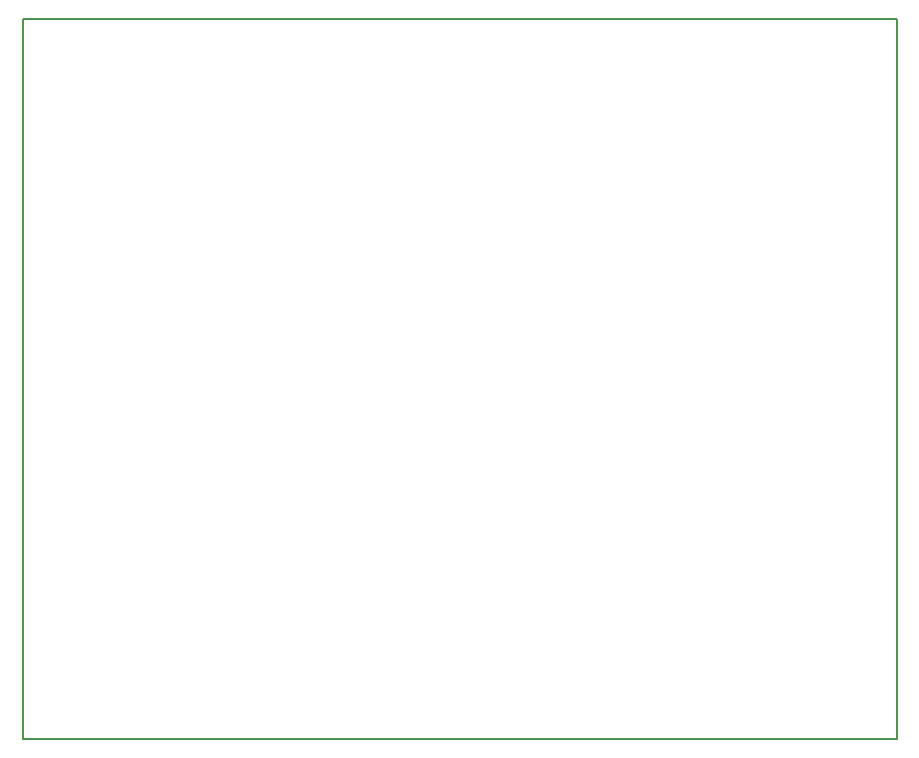
<source format=gm1>
G04 #@! TF.FileFunction,Profile,NP*
%FSLAX46Y46*%
G04 Gerber Fmt 4.6, Leading zero omitted, Abs format (unit mm)*
G04 Created by KiCad (PCBNEW 4.0.7) date 10/15/17 21:50:59*
%MOMM*%
%LPD*%
G01*
G04 APERTURE LIST*
%ADD10C,0.100000*%
%ADD11C,0.150000*%
G04 APERTURE END LIST*
D10*
D11*
X95000000Y-100000000D02*
X95000000Y-39000000D01*
X169000000Y-100000000D02*
X95000000Y-100000000D01*
X169000000Y-39000000D02*
X169000000Y-100000000D01*
X95000000Y-39000000D02*
X169000000Y-39000000D01*
M02*

</source>
